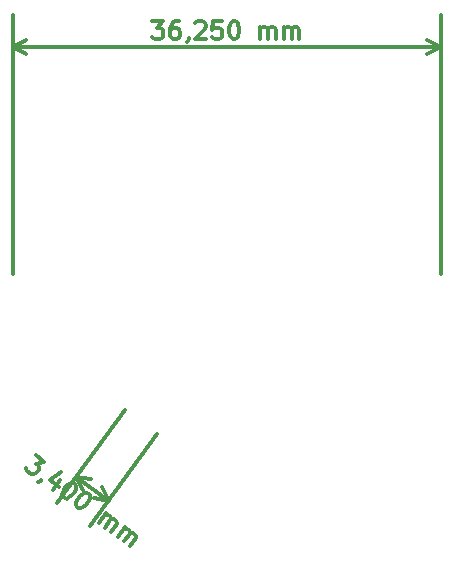
<source format=gbr>
G04 #@! TF.FileFunction,Other,Comment*
%FSLAX46Y46*%
G04 Gerber Fmt 4.6, Leading zero omitted, Abs format (unit mm)*
G04 Created by KiCad (PCBNEW 4.0.6) date 08/10/17 10:11:21*
%MOMM*%
%LPD*%
G01*
G04 APERTURE LIST*
%ADD10C,0.100000*%
%ADD11C,0.300000*%
G04 APERTURE END LIST*
D10*
D11*
X129700187Y-103549166D02*
X130451156Y-104095325D01*
X129710690Y-104263375D01*
X129883991Y-104389412D01*
X129957512Y-104531203D01*
X129973267Y-104630982D01*
X129947009Y-104788528D01*
X129736947Y-105077362D01*
X129595157Y-105150884D01*
X129495377Y-105166639D01*
X129337831Y-105140380D01*
X128991230Y-104888307D01*
X128917708Y-104746516D01*
X128901954Y-104646737D01*
X130188579Y-105670785D02*
X130146567Y-105728552D01*
X130004775Y-105802074D01*
X129904996Y-105817828D01*
X131774542Y-105676037D02*
X131186371Y-106484773D01*
X131821806Y-105003841D02*
X130902788Y-105660282D01*
X131653757Y-106206442D01*
X132935131Y-105901852D02*
X133050664Y-105985877D01*
X133124185Y-106127668D01*
X133139940Y-106227448D01*
X133113683Y-106384994D01*
X133003400Y-106658073D01*
X132793339Y-106946908D01*
X132567524Y-107135963D01*
X132425732Y-107209484D01*
X132325952Y-107225239D01*
X132168407Y-107198981D01*
X132052873Y-107114956D01*
X131979352Y-106973166D01*
X131963597Y-106873386D01*
X131989855Y-106715840D01*
X132100137Y-106442761D01*
X132310198Y-106153926D01*
X132536014Y-105964871D01*
X132677805Y-105891350D01*
X132777585Y-105875595D01*
X132935131Y-105901852D01*
X134090468Y-106742097D02*
X134206001Y-106826122D01*
X134279522Y-106967913D01*
X134295277Y-107067693D01*
X134269020Y-107225239D01*
X134158737Y-107498318D01*
X133948676Y-107787153D01*
X133722861Y-107976208D01*
X133581069Y-108049729D01*
X133481289Y-108065484D01*
X133323744Y-108039226D01*
X133208210Y-107955201D01*
X133134688Y-107813411D01*
X133118934Y-107713631D01*
X133145192Y-107556085D01*
X133255473Y-107283006D01*
X133465535Y-106994171D01*
X133691351Y-106805116D01*
X133833142Y-106731595D01*
X133932922Y-106715840D01*
X134090468Y-106742097D01*
X135056750Y-109299594D02*
X135644921Y-108490858D01*
X135560896Y-108606392D02*
X135660675Y-108590637D01*
X135818222Y-108616895D01*
X135991522Y-108742931D01*
X136065043Y-108884723D01*
X136038786Y-109042269D01*
X135576651Y-109677704D01*
X136038786Y-109042269D02*
X136180578Y-108968748D01*
X136338124Y-108995005D01*
X136511424Y-109121041D01*
X136584946Y-109262833D01*
X136558688Y-109420379D01*
X136096553Y-110055814D01*
X136674222Y-110475937D02*
X137262393Y-109667201D01*
X137178368Y-109782735D02*
X137278147Y-109766980D01*
X137435694Y-109793238D01*
X137608994Y-109919274D01*
X137682515Y-110061066D01*
X137656258Y-110218612D01*
X137194123Y-110854047D01*
X137656258Y-110218612D02*
X137798050Y-110145091D01*
X137955596Y-110171348D01*
X138128896Y-110297385D01*
X138202418Y-110439177D01*
X138176160Y-110596722D01*
X137714025Y-111232158D01*
X133141892Y-105398648D02*
X135891892Y-107398648D01*
X137250000Y-99750000D02*
X131553829Y-107582235D01*
X140000000Y-101750000D02*
X134303829Y-109582235D01*
X135891892Y-107398648D02*
X134635932Y-107210330D01*
X135891892Y-107398648D02*
X135325764Y-106261811D01*
X133141892Y-105398648D02*
X133708020Y-106535485D01*
X133141892Y-105398648D02*
X134397852Y-105586966D01*
X139589287Y-66828571D02*
X140517858Y-66828571D01*
X140017858Y-67400000D01*
X140232144Y-67400000D01*
X140375001Y-67471429D01*
X140446430Y-67542857D01*
X140517858Y-67685714D01*
X140517858Y-68042857D01*
X140446430Y-68185714D01*
X140375001Y-68257143D01*
X140232144Y-68328571D01*
X139803572Y-68328571D01*
X139660715Y-68257143D01*
X139589287Y-68185714D01*
X141803572Y-66828571D02*
X141517858Y-66828571D01*
X141375001Y-66900000D01*
X141303572Y-66971429D01*
X141160715Y-67185714D01*
X141089286Y-67471429D01*
X141089286Y-68042857D01*
X141160715Y-68185714D01*
X141232143Y-68257143D01*
X141375001Y-68328571D01*
X141660715Y-68328571D01*
X141803572Y-68257143D01*
X141875001Y-68185714D01*
X141946429Y-68042857D01*
X141946429Y-67685714D01*
X141875001Y-67542857D01*
X141803572Y-67471429D01*
X141660715Y-67400000D01*
X141375001Y-67400000D01*
X141232143Y-67471429D01*
X141160715Y-67542857D01*
X141089286Y-67685714D01*
X142660714Y-68257143D02*
X142660714Y-68328571D01*
X142589286Y-68471429D01*
X142517857Y-68542857D01*
X143232143Y-66971429D02*
X143303572Y-66900000D01*
X143446429Y-66828571D01*
X143803572Y-66828571D01*
X143946429Y-66900000D01*
X144017858Y-66971429D01*
X144089286Y-67114286D01*
X144089286Y-67257143D01*
X144017858Y-67471429D01*
X143160715Y-68328571D01*
X144089286Y-68328571D01*
X145446429Y-66828571D02*
X144732143Y-66828571D01*
X144660714Y-67542857D01*
X144732143Y-67471429D01*
X144875000Y-67400000D01*
X145232143Y-67400000D01*
X145375000Y-67471429D01*
X145446429Y-67542857D01*
X145517857Y-67685714D01*
X145517857Y-68042857D01*
X145446429Y-68185714D01*
X145375000Y-68257143D01*
X145232143Y-68328571D01*
X144875000Y-68328571D01*
X144732143Y-68257143D01*
X144660714Y-68185714D01*
X146446428Y-66828571D02*
X146589285Y-66828571D01*
X146732142Y-66900000D01*
X146803571Y-66971429D01*
X146875000Y-67114286D01*
X146946428Y-67400000D01*
X146946428Y-67757143D01*
X146875000Y-68042857D01*
X146803571Y-68185714D01*
X146732142Y-68257143D01*
X146589285Y-68328571D01*
X146446428Y-68328571D01*
X146303571Y-68257143D01*
X146232142Y-68185714D01*
X146160714Y-68042857D01*
X146089285Y-67757143D01*
X146089285Y-67400000D01*
X146160714Y-67114286D01*
X146232142Y-66971429D01*
X146303571Y-66900000D01*
X146446428Y-66828571D01*
X148732142Y-68328571D02*
X148732142Y-67328571D01*
X148732142Y-67471429D02*
X148803570Y-67400000D01*
X148946428Y-67328571D01*
X149160713Y-67328571D01*
X149303570Y-67400000D01*
X149374999Y-67542857D01*
X149374999Y-68328571D01*
X149374999Y-67542857D02*
X149446428Y-67400000D01*
X149589285Y-67328571D01*
X149803570Y-67328571D01*
X149946428Y-67400000D01*
X150017856Y-67542857D01*
X150017856Y-68328571D01*
X150732142Y-68328571D02*
X150732142Y-67328571D01*
X150732142Y-67471429D02*
X150803570Y-67400000D01*
X150946428Y-67328571D01*
X151160713Y-67328571D01*
X151303570Y-67400000D01*
X151374999Y-67542857D01*
X151374999Y-68328571D01*
X151374999Y-67542857D02*
X151446428Y-67400000D01*
X151589285Y-67328571D01*
X151803570Y-67328571D01*
X151946428Y-67400000D01*
X152017856Y-67542857D01*
X152017856Y-68328571D01*
X127750000Y-69000000D02*
X164000000Y-69000000D01*
X127750000Y-88250000D02*
X127750000Y-66300000D01*
X164000000Y-88250000D02*
X164000000Y-66300000D01*
X164000000Y-69000000D02*
X162873496Y-69586421D01*
X164000000Y-69000000D02*
X162873496Y-68413579D01*
X127750000Y-69000000D02*
X128876504Y-69586421D01*
X127750000Y-69000000D02*
X128876504Y-68413579D01*
M02*

</source>
